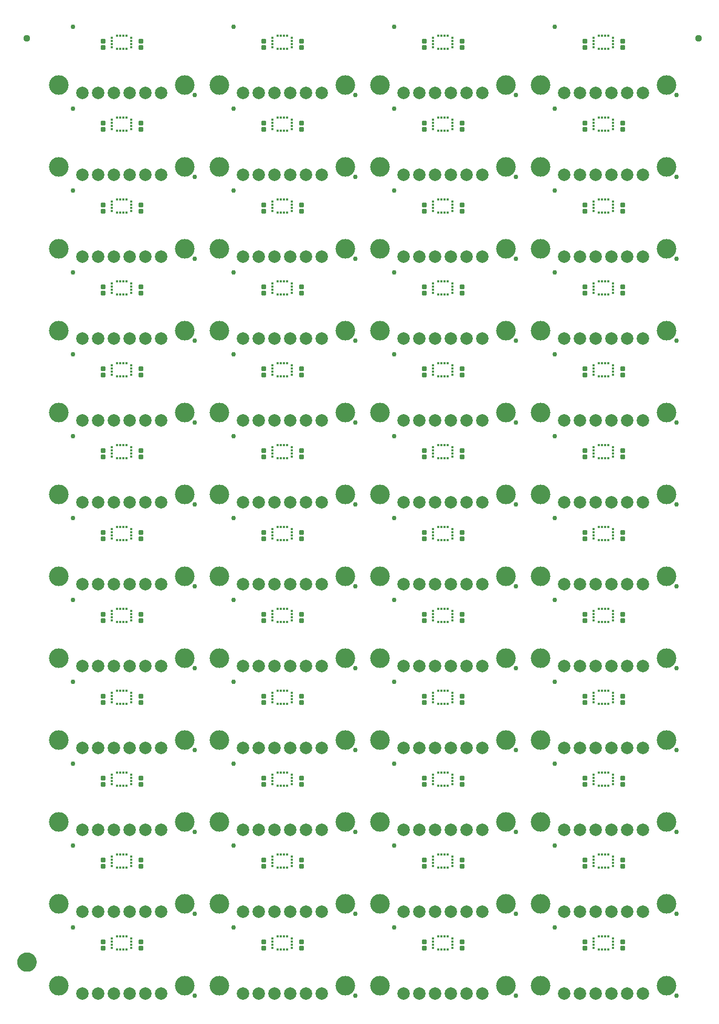
<source format=gbs>
G04 EAGLE Gerber RS-274X export*
G75*
%MOMM*%
%FSLAX34Y34*%
%LPD*%
%INSoldermask Bottom*%
%IPPOS*%
%AMOC8*
5,1,8,0,0,1.08239X$1,22.5*%
G01*
%ADD10R,0.400000X0.400000*%
%ADD11C,2.006600*%
%ADD12C,0.762000*%
%ADD13C,3.175000*%
%ADD14C,0.225369*%
%ADD15C,1.127000*%
%ADD16C,1.270000*%
%ADD17C,1.627000*%


D10*
X142750Y86480D03*
X142750Y91480D03*
X142750Y96480D03*
X142750Y101480D03*
X134500Y104480D03*
X129500Y104480D03*
X124500Y104480D03*
X119500Y104480D03*
X111250Y101480D03*
X111250Y96480D03*
X111250Y91480D03*
X111250Y86480D03*
X119500Y83480D03*
X124500Y83480D03*
X129500Y83480D03*
X134500Y83480D03*
D11*
X190500Y12700D03*
X165100Y12700D03*
X139700Y12700D03*
X114300Y12700D03*
X88900Y12700D03*
X63500Y12700D03*
D12*
X48260Y119380D03*
X245110Y8890D03*
D13*
X25400Y25400D03*
X228600Y25400D03*
D14*
X94012Y93932D02*
X94012Y98948D01*
X99028Y98948D01*
X99028Y93932D01*
X94012Y93932D01*
X94012Y96073D02*
X99028Y96073D01*
X99028Y98214D02*
X94012Y98214D01*
X94012Y88948D02*
X94012Y83932D01*
X94012Y88948D02*
X99028Y88948D01*
X99028Y83932D01*
X94012Y83932D01*
X94012Y86073D02*
X99028Y86073D01*
X99028Y88214D02*
X94012Y88214D01*
X154972Y93932D02*
X154972Y98948D01*
X159988Y98948D01*
X159988Y93932D01*
X154972Y93932D01*
X154972Y96073D02*
X159988Y96073D01*
X159988Y98214D02*
X154972Y98214D01*
X154972Y88948D02*
X154972Y83932D01*
X154972Y88948D02*
X159988Y88948D01*
X159988Y83932D01*
X154972Y83932D01*
X154972Y86073D02*
X159988Y86073D01*
X159988Y88214D02*
X154972Y88214D01*
D10*
X401830Y86480D03*
X401830Y91480D03*
X401830Y96480D03*
X401830Y101480D03*
X393580Y104480D03*
X388580Y104480D03*
X383580Y104480D03*
X378580Y104480D03*
X370330Y101480D03*
X370330Y96480D03*
X370330Y91480D03*
X370330Y86480D03*
X378580Y83480D03*
X383580Y83480D03*
X388580Y83480D03*
X393580Y83480D03*
D11*
X449580Y12700D03*
X424180Y12700D03*
X398780Y12700D03*
X373380Y12700D03*
X347980Y12700D03*
X322580Y12700D03*
D12*
X307340Y119380D03*
X504190Y8890D03*
D13*
X284480Y25400D03*
X487680Y25400D03*
D14*
X353092Y93932D02*
X353092Y98948D01*
X358108Y98948D01*
X358108Y93932D01*
X353092Y93932D01*
X353092Y96073D02*
X358108Y96073D01*
X358108Y98214D02*
X353092Y98214D01*
X353092Y88948D02*
X353092Y83932D01*
X353092Y88948D02*
X358108Y88948D01*
X358108Y83932D01*
X353092Y83932D01*
X353092Y86073D02*
X358108Y86073D01*
X358108Y88214D02*
X353092Y88214D01*
X414052Y93932D02*
X414052Y98948D01*
X419068Y98948D01*
X419068Y93932D01*
X414052Y93932D01*
X414052Y96073D02*
X419068Y96073D01*
X419068Y98214D02*
X414052Y98214D01*
X414052Y88948D02*
X414052Y83932D01*
X414052Y88948D02*
X419068Y88948D01*
X419068Y83932D01*
X414052Y83932D01*
X414052Y86073D02*
X419068Y86073D01*
X419068Y88214D02*
X414052Y88214D01*
D10*
X660910Y86480D03*
X660910Y91480D03*
X660910Y96480D03*
X660910Y101480D03*
X652660Y104480D03*
X647660Y104480D03*
X642660Y104480D03*
X637660Y104480D03*
X629410Y101480D03*
X629410Y96480D03*
X629410Y91480D03*
X629410Y86480D03*
X637660Y83480D03*
X642660Y83480D03*
X647660Y83480D03*
X652660Y83480D03*
D11*
X708660Y12700D03*
X683260Y12700D03*
X657860Y12700D03*
X632460Y12700D03*
X607060Y12700D03*
X581660Y12700D03*
D12*
X566420Y119380D03*
X763270Y8890D03*
D13*
X543560Y25400D03*
X746760Y25400D03*
D14*
X612172Y93932D02*
X612172Y98948D01*
X617188Y98948D01*
X617188Y93932D01*
X612172Y93932D01*
X612172Y96073D02*
X617188Y96073D01*
X617188Y98214D02*
X612172Y98214D01*
X612172Y88948D02*
X612172Y83932D01*
X612172Y88948D02*
X617188Y88948D01*
X617188Y83932D01*
X612172Y83932D01*
X612172Y86073D02*
X617188Y86073D01*
X617188Y88214D02*
X612172Y88214D01*
X673132Y93932D02*
X673132Y98948D01*
X678148Y98948D01*
X678148Y93932D01*
X673132Y93932D01*
X673132Y96073D02*
X678148Y96073D01*
X678148Y98214D02*
X673132Y98214D01*
X673132Y88948D02*
X673132Y83932D01*
X673132Y88948D02*
X678148Y88948D01*
X678148Y83932D01*
X673132Y83932D01*
X673132Y86073D02*
X678148Y86073D01*
X678148Y88214D02*
X673132Y88214D01*
D10*
X919990Y86480D03*
X919990Y91480D03*
X919990Y96480D03*
X919990Y101480D03*
X911740Y104480D03*
X906740Y104480D03*
X901740Y104480D03*
X896740Y104480D03*
X888490Y101480D03*
X888490Y96480D03*
X888490Y91480D03*
X888490Y86480D03*
X896740Y83480D03*
X901740Y83480D03*
X906740Y83480D03*
X911740Y83480D03*
D11*
X967740Y12700D03*
X942340Y12700D03*
X916940Y12700D03*
X891540Y12700D03*
X866140Y12700D03*
X840740Y12700D03*
D12*
X825500Y119380D03*
X1022350Y8890D03*
D13*
X802640Y25400D03*
X1005840Y25400D03*
D14*
X871252Y93932D02*
X871252Y98948D01*
X876268Y98948D01*
X876268Y93932D01*
X871252Y93932D01*
X871252Y96073D02*
X876268Y96073D01*
X876268Y98214D02*
X871252Y98214D01*
X871252Y88948D02*
X871252Y83932D01*
X871252Y88948D02*
X876268Y88948D01*
X876268Y83932D01*
X871252Y83932D01*
X871252Y86073D02*
X876268Y86073D01*
X876268Y88214D02*
X871252Y88214D01*
X932212Y93932D02*
X932212Y98948D01*
X937228Y98948D01*
X937228Y93932D01*
X932212Y93932D01*
X932212Y96073D02*
X937228Y96073D01*
X937228Y98214D02*
X932212Y98214D01*
X932212Y88948D02*
X932212Y83932D01*
X932212Y88948D02*
X937228Y88948D01*
X937228Y83932D01*
X932212Y83932D01*
X932212Y86073D02*
X937228Y86073D01*
X937228Y88214D02*
X932212Y88214D01*
D10*
X142750Y218560D03*
X142750Y223560D03*
X142750Y228560D03*
X142750Y233560D03*
X134500Y236560D03*
X129500Y236560D03*
X124500Y236560D03*
X119500Y236560D03*
X111250Y233560D03*
X111250Y228560D03*
X111250Y223560D03*
X111250Y218560D03*
X119500Y215560D03*
X124500Y215560D03*
X129500Y215560D03*
X134500Y215560D03*
D11*
X190500Y144780D03*
X165100Y144780D03*
X139700Y144780D03*
X114300Y144780D03*
X88900Y144780D03*
X63500Y144780D03*
D12*
X48260Y251460D03*
X245110Y140970D03*
D13*
X25400Y157480D03*
X228600Y157480D03*
D14*
X94012Y226012D02*
X94012Y231028D01*
X99028Y231028D01*
X99028Y226012D01*
X94012Y226012D01*
X94012Y228153D02*
X99028Y228153D01*
X99028Y230294D02*
X94012Y230294D01*
X94012Y221028D02*
X94012Y216012D01*
X94012Y221028D02*
X99028Y221028D01*
X99028Y216012D01*
X94012Y216012D01*
X94012Y218153D02*
X99028Y218153D01*
X99028Y220294D02*
X94012Y220294D01*
X154972Y226012D02*
X154972Y231028D01*
X159988Y231028D01*
X159988Y226012D01*
X154972Y226012D01*
X154972Y228153D02*
X159988Y228153D01*
X159988Y230294D02*
X154972Y230294D01*
X154972Y221028D02*
X154972Y216012D01*
X154972Y221028D02*
X159988Y221028D01*
X159988Y216012D01*
X154972Y216012D01*
X154972Y218153D02*
X159988Y218153D01*
X159988Y220294D02*
X154972Y220294D01*
D10*
X401830Y218560D03*
X401830Y223560D03*
X401830Y228560D03*
X401830Y233560D03*
X393580Y236560D03*
X388580Y236560D03*
X383580Y236560D03*
X378580Y236560D03*
X370330Y233560D03*
X370330Y228560D03*
X370330Y223560D03*
X370330Y218560D03*
X378580Y215560D03*
X383580Y215560D03*
X388580Y215560D03*
X393580Y215560D03*
D11*
X449580Y144780D03*
X424180Y144780D03*
X398780Y144780D03*
X373380Y144780D03*
X347980Y144780D03*
X322580Y144780D03*
D12*
X307340Y251460D03*
X504190Y140970D03*
D13*
X284480Y157480D03*
X487680Y157480D03*
D14*
X353092Y226012D02*
X353092Y231028D01*
X358108Y231028D01*
X358108Y226012D01*
X353092Y226012D01*
X353092Y228153D02*
X358108Y228153D01*
X358108Y230294D02*
X353092Y230294D01*
X353092Y221028D02*
X353092Y216012D01*
X353092Y221028D02*
X358108Y221028D01*
X358108Y216012D01*
X353092Y216012D01*
X353092Y218153D02*
X358108Y218153D01*
X358108Y220294D02*
X353092Y220294D01*
X414052Y226012D02*
X414052Y231028D01*
X419068Y231028D01*
X419068Y226012D01*
X414052Y226012D01*
X414052Y228153D02*
X419068Y228153D01*
X419068Y230294D02*
X414052Y230294D01*
X414052Y221028D02*
X414052Y216012D01*
X414052Y221028D02*
X419068Y221028D01*
X419068Y216012D01*
X414052Y216012D01*
X414052Y218153D02*
X419068Y218153D01*
X419068Y220294D02*
X414052Y220294D01*
D10*
X660910Y218560D03*
X660910Y223560D03*
X660910Y228560D03*
X660910Y233560D03*
X652660Y236560D03*
X647660Y236560D03*
X642660Y236560D03*
X637660Y236560D03*
X629410Y233560D03*
X629410Y228560D03*
X629410Y223560D03*
X629410Y218560D03*
X637660Y215560D03*
X642660Y215560D03*
X647660Y215560D03*
X652660Y215560D03*
D11*
X708660Y144780D03*
X683260Y144780D03*
X657860Y144780D03*
X632460Y144780D03*
X607060Y144780D03*
X581660Y144780D03*
D12*
X566420Y251460D03*
X763270Y140970D03*
D13*
X543560Y157480D03*
X746760Y157480D03*
D14*
X612172Y226012D02*
X612172Y231028D01*
X617188Y231028D01*
X617188Y226012D01*
X612172Y226012D01*
X612172Y228153D02*
X617188Y228153D01*
X617188Y230294D02*
X612172Y230294D01*
X612172Y221028D02*
X612172Y216012D01*
X612172Y221028D02*
X617188Y221028D01*
X617188Y216012D01*
X612172Y216012D01*
X612172Y218153D02*
X617188Y218153D01*
X617188Y220294D02*
X612172Y220294D01*
X673132Y226012D02*
X673132Y231028D01*
X678148Y231028D01*
X678148Y226012D01*
X673132Y226012D01*
X673132Y228153D02*
X678148Y228153D01*
X678148Y230294D02*
X673132Y230294D01*
X673132Y221028D02*
X673132Y216012D01*
X673132Y221028D02*
X678148Y221028D01*
X678148Y216012D01*
X673132Y216012D01*
X673132Y218153D02*
X678148Y218153D01*
X678148Y220294D02*
X673132Y220294D01*
D10*
X919990Y218560D03*
X919990Y223560D03*
X919990Y228560D03*
X919990Y233560D03*
X911740Y236560D03*
X906740Y236560D03*
X901740Y236560D03*
X896740Y236560D03*
X888490Y233560D03*
X888490Y228560D03*
X888490Y223560D03*
X888490Y218560D03*
X896740Y215560D03*
X901740Y215560D03*
X906740Y215560D03*
X911740Y215560D03*
D11*
X967740Y144780D03*
X942340Y144780D03*
X916940Y144780D03*
X891540Y144780D03*
X866140Y144780D03*
X840740Y144780D03*
D12*
X825500Y251460D03*
X1022350Y140970D03*
D13*
X802640Y157480D03*
X1005840Y157480D03*
D14*
X871252Y226012D02*
X871252Y231028D01*
X876268Y231028D01*
X876268Y226012D01*
X871252Y226012D01*
X871252Y228153D02*
X876268Y228153D01*
X876268Y230294D02*
X871252Y230294D01*
X871252Y221028D02*
X871252Y216012D01*
X871252Y221028D02*
X876268Y221028D01*
X876268Y216012D01*
X871252Y216012D01*
X871252Y218153D02*
X876268Y218153D01*
X876268Y220294D02*
X871252Y220294D01*
X932212Y226012D02*
X932212Y231028D01*
X937228Y231028D01*
X937228Y226012D01*
X932212Y226012D01*
X932212Y228153D02*
X937228Y228153D01*
X937228Y230294D02*
X932212Y230294D01*
X932212Y221028D02*
X932212Y216012D01*
X932212Y221028D02*
X937228Y221028D01*
X937228Y216012D01*
X932212Y216012D01*
X932212Y218153D02*
X937228Y218153D01*
X937228Y220294D02*
X932212Y220294D01*
D10*
X142750Y350640D03*
X142750Y355640D03*
X142750Y360640D03*
X142750Y365640D03*
X134500Y368640D03*
X129500Y368640D03*
X124500Y368640D03*
X119500Y368640D03*
X111250Y365640D03*
X111250Y360640D03*
X111250Y355640D03*
X111250Y350640D03*
X119500Y347640D03*
X124500Y347640D03*
X129500Y347640D03*
X134500Y347640D03*
D11*
X190500Y276860D03*
X165100Y276860D03*
X139700Y276860D03*
X114300Y276860D03*
X88900Y276860D03*
X63500Y276860D03*
D12*
X48260Y383540D03*
X245110Y273050D03*
D13*
X25400Y289560D03*
X228600Y289560D03*
D14*
X94012Y358092D02*
X94012Y363108D01*
X99028Y363108D01*
X99028Y358092D01*
X94012Y358092D01*
X94012Y360233D02*
X99028Y360233D01*
X99028Y362374D02*
X94012Y362374D01*
X94012Y353108D02*
X94012Y348092D01*
X94012Y353108D02*
X99028Y353108D01*
X99028Y348092D01*
X94012Y348092D01*
X94012Y350233D02*
X99028Y350233D01*
X99028Y352374D02*
X94012Y352374D01*
X154972Y358092D02*
X154972Y363108D01*
X159988Y363108D01*
X159988Y358092D01*
X154972Y358092D01*
X154972Y360233D02*
X159988Y360233D01*
X159988Y362374D02*
X154972Y362374D01*
X154972Y353108D02*
X154972Y348092D01*
X154972Y353108D02*
X159988Y353108D01*
X159988Y348092D01*
X154972Y348092D01*
X154972Y350233D02*
X159988Y350233D01*
X159988Y352374D02*
X154972Y352374D01*
D10*
X401830Y350640D03*
X401830Y355640D03*
X401830Y360640D03*
X401830Y365640D03*
X393580Y368640D03*
X388580Y368640D03*
X383580Y368640D03*
X378580Y368640D03*
X370330Y365640D03*
X370330Y360640D03*
X370330Y355640D03*
X370330Y350640D03*
X378580Y347640D03*
X383580Y347640D03*
X388580Y347640D03*
X393580Y347640D03*
D11*
X449580Y276860D03*
X424180Y276860D03*
X398780Y276860D03*
X373380Y276860D03*
X347980Y276860D03*
X322580Y276860D03*
D12*
X307340Y383540D03*
X504190Y273050D03*
D13*
X284480Y289560D03*
X487680Y289560D03*
D14*
X353092Y358092D02*
X353092Y363108D01*
X358108Y363108D01*
X358108Y358092D01*
X353092Y358092D01*
X353092Y360233D02*
X358108Y360233D01*
X358108Y362374D02*
X353092Y362374D01*
X353092Y353108D02*
X353092Y348092D01*
X353092Y353108D02*
X358108Y353108D01*
X358108Y348092D01*
X353092Y348092D01*
X353092Y350233D02*
X358108Y350233D01*
X358108Y352374D02*
X353092Y352374D01*
X414052Y358092D02*
X414052Y363108D01*
X419068Y363108D01*
X419068Y358092D01*
X414052Y358092D01*
X414052Y360233D02*
X419068Y360233D01*
X419068Y362374D02*
X414052Y362374D01*
X414052Y353108D02*
X414052Y348092D01*
X414052Y353108D02*
X419068Y353108D01*
X419068Y348092D01*
X414052Y348092D01*
X414052Y350233D02*
X419068Y350233D01*
X419068Y352374D02*
X414052Y352374D01*
D10*
X660910Y350640D03*
X660910Y355640D03*
X660910Y360640D03*
X660910Y365640D03*
X652660Y368640D03*
X647660Y368640D03*
X642660Y368640D03*
X637660Y368640D03*
X629410Y365640D03*
X629410Y360640D03*
X629410Y355640D03*
X629410Y350640D03*
X637660Y347640D03*
X642660Y347640D03*
X647660Y347640D03*
X652660Y347640D03*
D11*
X708660Y276860D03*
X683260Y276860D03*
X657860Y276860D03*
X632460Y276860D03*
X607060Y276860D03*
X581660Y276860D03*
D12*
X566420Y383540D03*
X763270Y273050D03*
D13*
X543560Y289560D03*
X746760Y289560D03*
D14*
X612172Y358092D02*
X612172Y363108D01*
X617188Y363108D01*
X617188Y358092D01*
X612172Y358092D01*
X612172Y360233D02*
X617188Y360233D01*
X617188Y362374D02*
X612172Y362374D01*
X612172Y353108D02*
X612172Y348092D01*
X612172Y353108D02*
X617188Y353108D01*
X617188Y348092D01*
X612172Y348092D01*
X612172Y350233D02*
X617188Y350233D01*
X617188Y352374D02*
X612172Y352374D01*
X673132Y358092D02*
X673132Y363108D01*
X678148Y363108D01*
X678148Y358092D01*
X673132Y358092D01*
X673132Y360233D02*
X678148Y360233D01*
X678148Y362374D02*
X673132Y362374D01*
X673132Y353108D02*
X673132Y348092D01*
X673132Y353108D02*
X678148Y353108D01*
X678148Y348092D01*
X673132Y348092D01*
X673132Y350233D02*
X678148Y350233D01*
X678148Y352374D02*
X673132Y352374D01*
D10*
X919990Y350640D03*
X919990Y355640D03*
X919990Y360640D03*
X919990Y365640D03*
X911740Y368640D03*
X906740Y368640D03*
X901740Y368640D03*
X896740Y368640D03*
X888490Y365640D03*
X888490Y360640D03*
X888490Y355640D03*
X888490Y350640D03*
X896740Y347640D03*
X901740Y347640D03*
X906740Y347640D03*
X911740Y347640D03*
D11*
X967740Y276860D03*
X942340Y276860D03*
X916940Y276860D03*
X891540Y276860D03*
X866140Y276860D03*
X840740Y276860D03*
D12*
X825500Y383540D03*
X1022350Y273050D03*
D13*
X802640Y289560D03*
X1005840Y289560D03*
D14*
X871252Y358092D02*
X871252Y363108D01*
X876268Y363108D01*
X876268Y358092D01*
X871252Y358092D01*
X871252Y360233D02*
X876268Y360233D01*
X876268Y362374D02*
X871252Y362374D01*
X871252Y353108D02*
X871252Y348092D01*
X871252Y353108D02*
X876268Y353108D01*
X876268Y348092D01*
X871252Y348092D01*
X871252Y350233D02*
X876268Y350233D01*
X876268Y352374D02*
X871252Y352374D01*
X932212Y358092D02*
X932212Y363108D01*
X937228Y363108D01*
X937228Y358092D01*
X932212Y358092D01*
X932212Y360233D02*
X937228Y360233D01*
X937228Y362374D02*
X932212Y362374D01*
X932212Y353108D02*
X932212Y348092D01*
X932212Y353108D02*
X937228Y353108D01*
X937228Y348092D01*
X932212Y348092D01*
X932212Y350233D02*
X937228Y350233D01*
X937228Y352374D02*
X932212Y352374D01*
D10*
X142750Y482720D03*
X142750Y487720D03*
X142750Y492720D03*
X142750Y497720D03*
X134500Y500720D03*
X129500Y500720D03*
X124500Y500720D03*
X119500Y500720D03*
X111250Y497720D03*
X111250Y492720D03*
X111250Y487720D03*
X111250Y482720D03*
X119500Y479720D03*
X124500Y479720D03*
X129500Y479720D03*
X134500Y479720D03*
D11*
X190500Y408940D03*
X165100Y408940D03*
X139700Y408940D03*
X114300Y408940D03*
X88900Y408940D03*
X63500Y408940D03*
D12*
X48260Y515620D03*
X245110Y405130D03*
D13*
X25400Y421640D03*
X228600Y421640D03*
D14*
X94012Y490172D02*
X94012Y495188D01*
X99028Y495188D01*
X99028Y490172D01*
X94012Y490172D01*
X94012Y492313D02*
X99028Y492313D01*
X99028Y494454D02*
X94012Y494454D01*
X94012Y485188D02*
X94012Y480172D01*
X94012Y485188D02*
X99028Y485188D01*
X99028Y480172D01*
X94012Y480172D01*
X94012Y482313D02*
X99028Y482313D01*
X99028Y484454D02*
X94012Y484454D01*
X154972Y490172D02*
X154972Y495188D01*
X159988Y495188D01*
X159988Y490172D01*
X154972Y490172D01*
X154972Y492313D02*
X159988Y492313D01*
X159988Y494454D02*
X154972Y494454D01*
X154972Y485188D02*
X154972Y480172D01*
X154972Y485188D02*
X159988Y485188D01*
X159988Y480172D01*
X154972Y480172D01*
X154972Y482313D02*
X159988Y482313D01*
X159988Y484454D02*
X154972Y484454D01*
D10*
X401830Y482720D03*
X401830Y487720D03*
X401830Y492720D03*
X401830Y497720D03*
X393580Y500720D03*
X388580Y500720D03*
X383580Y500720D03*
X378580Y500720D03*
X370330Y497720D03*
X370330Y492720D03*
X370330Y487720D03*
X370330Y482720D03*
X378580Y479720D03*
X383580Y479720D03*
X388580Y479720D03*
X393580Y479720D03*
D11*
X449580Y408940D03*
X424180Y408940D03*
X398780Y408940D03*
X373380Y408940D03*
X347980Y408940D03*
X322580Y408940D03*
D12*
X307340Y515620D03*
X504190Y405130D03*
D13*
X284480Y421640D03*
X487680Y421640D03*
D14*
X353092Y490172D02*
X353092Y495188D01*
X358108Y495188D01*
X358108Y490172D01*
X353092Y490172D01*
X353092Y492313D02*
X358108Y492313D01*
X358108Y494454D02*
X353092Y494454D01*
X353092Y485188D02*
X353092Y480172D01*
X353092Y485188D02*
X358108Y485188D01*
X358108Y480172D01*
X353092Y480172D01*
X353092Y482313D02*
X358108Y482313D01*
X358108Y484454D02*
X353092Y484454D01*
X414052Y490172D02*
X414052Y495188D01*
X419068Y495188D01*
X419068Y490172D01*
X414052Y490172D01*
X414052Y492313D02*
X419068Y492313D01*
X419068Y494454D02*
X414052Y494454D01*
X414052Y485188D02*
X414052Y480172D01*
X414052Y485188D02*
X419068Y485188D01*
X419068Y480172D01*
X414052Y480172D01*
X414052Y482313D02*
X419068Y482313D01*
X419068Y484454D02*
X414052Y484454D01*
D10*
X660910Y482720D03*
X660910Y487720D03*
X660910Y492720D03*
X660910Y497720D03*
X652660Y500720D03*
X647660Y500720D03*
X642660Y500720D03*
X637660Y500720D03*
X629410Y497720D03*
X629410Y492720D03*
X629410Y487720D03*
X629410Y482720D03*
X637660Y479720D03*
X642660Y479720D03*
X647660Y479720D03*
X652660Y479720D03*
D11*
X708660Y408940D03*
X683260Y408940D03*
X657860Y408940D03*
X632460Y408940D03*
X607060Y408940D03*
X581660Y408940D03*
D12*
X566420Y515620D03*
X763270Y405130D03*
D13*
X543560Y421640D03*
X746760Y421640D03*
D14*
X612172Y490172D02*
X612172Y495188D01*
X617188Y495188D01*
X617188Y490172D01*
X612172Y490172D01*
X612172Y492313D02*
X617188Y492313D01*
X617188Y494454D02*
X612172Y494454D01*
X612172Y485188D02*
X612172Y480172D01*
X612172Y485188D02*
X617188Y485188D01*
X617188Y480172D01*
X612172Y480172D01*
X612172Y482313D02*
X617188Y482313D01*
X617188Y484454D02*
X612172Y484454D01*
X673132Y490172D02*
X673132Y495188D01*
X678148Y495188D01*
X678148Y490172D01*
X673132Y490172D01*
X673132Y492313D02*
X678148Y492313D01*
X678148Y494454D02*
X673132Y494454D01*
X673132Y485188D02*
X673132Y480172D01*
X673132Y485188D02*
X678148Y485188D01*
X678148Y480172D01*
X673132Y480172D01*
X673132Y482313D02*
X678148Y482313D01*
X678148Y484454D02*
X673132Y484454D01*
D10*
X919990Y482720D03*
X919990Y487720D03*
X919990Y492720D03*
X919990Y497720D03*
X911740Y500720D03*
X906740Y500720D03*
X901740Y500720D03*
X896740Y500720D03*
X888490Y497720D03*
X888490Y492720D03*
X888490Y487720D03*
X888490Y482720D03*
X896740Y479720D03*
X901740Y479720D03*
X906740Y479720D03*
X911740Y479720D03*
D11*
X967740Y408940D03*
X942340Y408940D03*
X916940Y408940D03*
X891540Y408940D03*
X866140Y408940D03*
X840740Y408940D03*
D12*
X825500Y515620D03*
X1022350Y405130D03*
D13*
X802640Y421640D03*
X1005840Y421640D03*
D14*
X871252Y490172D02*
X871252Y495188D01*
X876268Y495188D01*
X876268Y490172D01*
X871252Y490172D01*
X871252Y492313D02*
X876268Y492313D01*
X876268Y494454D02*
X871252Y494454D01*
X871252Y485188D02*
X871252Y480172D01*
X871252Y485188D02*
X876268Y485188D01*
X876268Y480172D01*
X871252Y480172D01*
X871252Y482313D02*
X876268Y482313D01*
X876268Y484454D02*
X871252Y484454D01*
X932212Y490172D02*
X932212Y495188D01*
X937228Y495188D01*
X937228Y490172D01*
X932212Y490172D01*
X932212Y492313D02*
X937228Y492313D01*
X937228Y494454D02*
X932212Y494454D01*
X932212Y485188D02*
X932212Y480172D01*
X932212Y485188D02*
X937228Y485188D01*
X937228Y480172D01*
X932212Y480172D01*
X932212Y482313D02*
X937228Y482313D01*
X937228Y484454D02*
X932212Y484454D01*
D10*
X142750Y614800D03*
X142750Y619800D03*
X142750Y624800D03*
X142750Y629800D03*
X134500Y632800D03*
X129500Y632800D03*
X124500Y632800D03*
X119500Y632800D03*
X111250Y629800D03*
X111250Y624800D03*
X111250Y619800D03*
X111250Y614800D03*
X119500Y611800D03*
X124500Y611800D03*
X129500Y611800D03*
X134500Y611800D03*
D11*
X190500Y541020D03*
X165100Y541020D03*
X139700Y541020D03*
X114300Y541020D03*
X88900Y541020D03*
X63500Y541020D03*
D12*
X48260Y647700D03*
X245110Y537210D03*
D13*
X25400Y553720D03*
X228600Y553720D03*
D14*
X94012Y622252D02*
X94012Y627268D01*
X99028Y627268D01*
X99028Y622252D01*
X94012Y622252D01*
X94012Y624393D02*
X99028Y624393D01*
X99028Y626534D02*
X94012Y626534D01*
X94012Y617268D02*
X94012Y612252D01*
X94012Y617268D02*
X99028Y617268D01*
X99028Y612252D01*
X94012Y612252D01*
X94012Y614393D02*
X99028Y614393D01*
X99028Y616534D02*
X94012Y616534D01*
X154972Y622252D02*
X154972Y627268D01*
X159988Y627268D01*
X159988Y622252D01*
X154972Y622252D01*
X154972Y624393D02*
X159988Y624393D01*
X159988Y626534D02*
X154972Y626534D01*
X154972Y617268D02*
X154972Y612252D01*
X154972Y617268D02*
X159988Y617268D01*
X159988Y612252D01*
X154972Y612252D01*
X154972Y614393D02*
X159988Y614393D01*
X159988Y616534D02*
X154972Y616534D01*
D10*
X401830Y614800D03*
X401830Y619800D03*
X401830Y624800D03*
X401830Y629800D03*
X393580Y632800D03*
X388580Y632800D03*
X383580Y632800D03*
X378580Y632800D03*
X370330Y629800D03*
X370330Y624800D03*
X370330Y619800D03*
X370330Y614800D03*
X378580Y611800D03*
X383580Y611800D03*
X388580Y611800D03*
X393580Y611800D03*
D11*
X449580Y541020D03*
X424180Y541020D03*
X398780Y541020D03*
X373380Y541020D03*
X347980Y541020D03*
X322580Y541020D03*
D12*
X307340Y647700D03*
X504190Y537210D03*
D13*
X284480Y553720D03*
X487680Y553720D03*
D14*
X353092Y622252D02*
X353092Y627268D01*
X358108Y627268D01*
X358108Y622252D01*
X353092Y622252D01*
X353092Y624393D02*
X358108Y624393D01*
X358108Y626534D02*
X353092Y626534D01*
X353092Y617268D02*
X353092Y612252D01*
X353092Y617268D02*
X358108Y617268D01*
X358108Y612252D01*
X353092Y612252D01*
X353092Y614393D02*
X358108Y614393D01*
X358108Y616534D02*
X353092Y616534D01*
X414052Y622252D02*
X414052Y627268D01*
X419068Y627268D01*
X419068Y622252D01*
X414052Y622252D01*
X414052Y624393D02*
X419068Y624393D01*
X419068Y626534D02*
X414052Y626534D01*
X414052Y617268D02*
X414052Y612252D01*
X414052Y617268D02*
X419068Y617268D01*
X419068Y612252D01*
X414052Y612252D01*
X414052Y614393D02*
X419068Y614393D01*
X419068Y616534D02*
X414052Y616534D01*
D10*
X660910Y614800D03*
X660910Y619800D03*
X660910Y624800D03*
X660910Y629800D03*
X652660Y632800D03*
X647660Y632800D03*
X642660Y632800D03*
X637660Y632800D03*
X629410Y629800D03*
X629410Y624800D03*
X629410Y619800D03*
X629410Y614800D03*
X637660Y611800D03*
X642660Y611800D03*
X647660Y611800D03*
X652660Y611800D03*
D11*
X708660Y541020D03*
X683260Y541020D03*
X657860Y541020D03*
X632460Y541020D03*
X607060Y541020D03*
X581660Y541020D03*
D12*
X566420Y647700D03*
X763270Y537210D03*
D13*
X543560Y553720D03*
X746760Y553720D03*
D14*
X612172Y622252D02*
X612172Y627268D01*
X617188Y627268D01*
X617188Y622252D01*
X612172Y622252D01*
X612172Y624393D02*
X617188Y624393D01*
X617188Y626534D02*
X612172Y626534D01*
X612172Y617268D02*
X612172Y612252D01*
X612172Y617268D02*
X617188Y617268D01*
X617188Y612252D01*
X612172Y612252D01*
X612172Y614393D02*
X617188Y614393D01*
X617188Y616534D02*
X612172Y616534D01*
X673132Y622252D02*
X673132Y627268D01*
X678148Y627268D01*
X678148Y622252D01*
X673132Y622252D01*
X673132Y624393D02*
X678148Y624393D01*
X678148Y626534D02*
X673132Y626534D01*
X673132Y617268D02*
X673132Y612252D01*
X673132Y617268D02*
X678148Y617268D01*
X678148Y612252D01*
X673132Y612252D01*
X673132Y614393D02*
X678148Y614393D01*
X678148Y616534D02*
X673132Y616534D01*
D10*
X919990Y614800D03*
X919990Y619800D03*
X919990Y624800D03*
X919990Y629800D03*
X911740Y632800D03*
X906740Y632800D03*
X901740Y632800D03*
X896740Y632800D03*
X888490Y629800D03*
X888490Y624800D03*
X888490Y619800D03*
X888490Y614800D03*
X896740Y611800D03*
X901740Y611800D03*
X906740Y611800D03*
X911740Y611800D03*
D11*
X967740Y541020D03*
X942340Y541020D03*
X916940Y541020D03*
X891540Y541020D03*
X866140Y541020D03*
X840740Y541020D03*
D12*
X825500Y647700D03*
X1022350Y537210D03*
D13*
X802640Y553720D03*
X1005840Y553720D03*
D14*
X871252Y622252D02*
X871252Y627268D01*
X876268Y627268D01*
X876268Y622252D01*
X871252Y622252D01*
X871252Y624393D02*
X876268Y624393D01*
X876268Y626534D02*
X871252Y626534D01*
X871252Y617268D02*
X871252Y612252D01*
X871252Y617268D02*
X876268Y617268D01*
X876268Y612252D01*
X871252Y612252D01*
X871252Y614393D02*
X876268Y614393D01*
X876268Y616534D02*
X871252Y616534D01*
X932212Y622252D02*
X932212Y627268D01*
X937228Y627268D01*
X937228Y622252D01*
X932212Y622252D01*
X932212Y624393D02*
X937228Y624393D01*
X937228Y626534D02*
X932212Y626534D01*
X932212Y617268D02*
X932212Y612252D01*
X932212Y617268D02*
X937228Y617268D01*
X937228Y612252D01*
X932212Y612252D01*
X932212Y614393D02*
X937228Y614393D01*
X937228Y616534D02*
X932212Y616534D01*
D10*
X142750Y746880D03*
X142750Y751880D03*
X142750Y756880D03*
X142750Y761880D03*
X134500Y764880D03*
X129500Y764880D03*
X124500Y764880D03*
X119500Y764880D03*
X111250Y761880D03*
X111250Y756880D03*
X111250Y751880D03*
X111250Y746880D03*
X119500Y743880D03*
X124500Y743880D03*
X129500Y743880D03*
X134500Y743880D03*
D11*
X190500Y673100D03*
X165100Y673100D03*
X139700Y673100D03*
X114300Y673100D03*
X88900Y673100D03*
X63500Y673100D03*
D12*
X48260Y779780D03*
X245110Y669290D03*
D13*
X25400Y685800D03*
X228600Y685800D03*
D14*
X94012Y754332D02*
X94012Y759348D01*
X99028Y759348D01*
X99028Y754332D01*
X94012Y754332D01*
X94012Y756473D02*
X99028Y756473D01*
X99028Y758614D02*
X94012Y758614D01*
X94012Y749348D02*
X94012Y744332D01*
X94012Y749348D02*
X99028Y749348D01*
X99028Y744332D01*
X94012Y744332D01*
X94012Y746473D02*
X99028Y746473D01*
X99028Y748614D02*
X94012Y748614D01*
X154972Y754332D02*
X154972Y759348D01*
X159988Y759348D01*
X159988Y754332D01*
X154972Y754332D01*
X154972Y756473D02*
X159988Y756473D01*
X159988Y758614D02*
X154972Y758614D01*
X154972Y749348D02*
X154972Y744332D01*
X154972Y749348D02*
X159988Y749348D01*
X159988Y744332D01*
X154972Y744332D01*
X154972Y746473D02*
X159988Y746473D01*
X159988Y748614D02*
X154972Y748614D01*
D10*
X401830Y746880D03*
X401830Y751880D03*
X401830Y756880D03*
X401830Y761880D03*
X393580Y764880D03*
X388580Y764880D03*
X383580Y764880D03*
X378580Y764880D03*
X370330Y761880D03*
X370330Y756880D03*
X370330Y751880D03*
X370330Y746880D03*
X378580Y743880D03*
X383580Y743880D03*
X388580Y743880D03*
X393580Y743880D03*
D11*
X449580Y673100D03*
X424180Y673100D03*
X398780Y673100D03*
X373380Y673100D03*
X347980Y673100D03*
X322580Y673100D03*
D12*
X307340Y779780D03*
X504190Y669290D03*
D13*
X284480Y685800D03*
X487680Y685800D03*
D14*
X353092Y754332D02*
X353092Y759348D01*
X358108Y759348D01*
X358108Y754332D01*
X353092Y754332D01*
X353092Y756473D02*
X358108Y756473D01*
X358108Y758614D02*
X353092Y758614D01*
X353092Y749348D02*
X353092Y744332D01*
X353092Y749348D02*
X358108Y749348D01*
X358108Y744332D01*
X353092Y744332D01*
X353092Y746473D02*
X358108Y746473D01*
X358108Y748614D02*
X353092Y748614D01*
X414052Y754332D02*
X414052Y759348D01*
X419068Y759348D01*
X419068Y754332D01*
X414052Y754332D01*
X414052Y756473D02*
X419068Y756473D01*
X419068Y758614D02*
X414052Y758614D01*
X414052Y749348D02*
X414052Y744332D01*
X414052Y749348D02*
X419068Y749348D01*
X419068Y744332D01*
X414052Y744332D01*
X414052Y746473D02*
X419068Y746473D01*
X419068Y748614D02*
X414052Y748614D01*
D10*
X660910Y746880D03*
X660910Y751880D03*
X660910Y756880D03*
X660910Y761880D03*
X652660Y764880D03*
X647660Y764880D03*
X642660Y764880D03*
X637660Y764880D03*
X629410Y761880D03*
X629410Y756880D03*
X629410Y751880D03*
X629410Y746880D03*
X637660Y743880D03*
X642660Y743880D03*
X647660Y743880D03*
X652660Y743880D03*
D11*
X708660Y673100D03*
X683260Y673100D03*
X657860Y673100D03*
X632460Y673100D03*
X607060Y673100D03*
X581660Y673100D03*
D12*
X566420Y779780D03*
X763270Y669290D03*
D13*
X543560Y685800D03*
X746760Y685800D03*
D14*
X612172Y754332D02*
X612172Y759348D01*
X617188Y759348D01*
X617188Y754332D01*
X612172Y754332D01*
X612172Y756473D02*
X617188Y756473D01*
X617188Y758614D02*
X612172Y758614D01*
X612172Y749348D02*
X612172Y744332D01*
X612172Y749348D02*
X617188Y749348D01*
X617188Y744332D01*
X612172Y744332D01*
X612172Y746473D02*
X617188Y746473D01*
X617188Y748614D02*
X612172Y748614D01*
X673132Y754332D02*
X673132Y759348D01*
X678148Y759348D01*
X678148Y754332D01*
X673132Y754332D01*
X673132Y756473D02*
X678148Y756473D01*
X678148Y758614D02*
X673132Y758614D01*
X673132Y749348D02*
X673132Y744332D01*
X673132Y749348D02*
X678148Y749348D01*
X678148Y744332D01*
X673132Y744332D01*
X673132Y746473D02*
X678148Y746473D01*
X678148Y748614D02*
X673132Y748614D01*
D10*
X919990Y746880D03*
X919990Y751880D03*
X919990Y756880D03*
X919990Y761880D03*
X911740Y764880D03*
X906740Y764880D03*
X901740Y764880D03*
X896740Y764880D03*
X888490Y761880D03*
X888490Y756880D03*
X888490Y751880D03*
X888490Y746880D03*
X896740Y743880D03*
X901740Y743880D03*
X906740Y743880D03*
X911740Y743880D03*
D11*
X967740Y673100D03*
X942340Y673100D03*
X916940Y673100D03*
X891540Y673100D03*
X866140Y673100D03*
X840740Y673100D03*
D12*
X825500Y779780D03*
X1022350Y669290D03*
D13*
X802640Y685800D03*
X1005840Y685800D03*
D14*
X871252Y754332D02*
X871252Y759348D01*
X876268Y759348D01*
X876268Y754332D01*
X871252Y754332D01*
X871252Y756473D02*
X876268Y756473D01*
X876268Y758614D02*
X871252Y758614D01*
X871252Y749348D02*
X871252Y744332D01*
X871252Y749348D02*
X876268Y749348D01*
X876268Y744332D01*
X871252Y744332D01*
X871252Y746473D02*
X876268Y746473D01*
X876268Y748614D02*
X871252Y748614D01*
X932212Y754332D02*
X932212Y759348D01*
X937228Y759348D01*
X937228Y754332D01*
X932212Y754332D01*
X932212Y756473D02*
X937228Y756473D01*
X937228Y758614D02*
X932212Y758614D01*
X932212Y749348D02*
X932212Y744332D01*
X932212Y749348D02*
X937228Y749348D01*
X937228Y744332D01*
X932212Y744332D01*
X932212Y746473D02*
X937228Y746473D01*
X937228Y748614D02*
X932212Y748614D01*
D10*
X142750Y878960D03*
X142750Y883960D03*
X142750Y888960D03*
X142750Y893960D03*
X134500Y896960D03*
X129500Y896960D03*
X124500Y896960D03*
X119500Y896960D03*
X111250Y893960D03*
X111250Y888960D03*
X111250Y883960D03*
X111250Y878960D03*
X119500Y875960D03*
X124500Y875960D03*
X129500Y875960D03*
X134500Y875960D03*
D11*
X190500Y805180D03*
X165100Y805180D03*
X139700Y805180D03*
X114300Y805180D03*
X88900Y805180D03*
X63500Y805180D03*
D12*
X48260Y911860D03*
X245110Y801370D03*
D13*
X25400Y817880D03*
X228600Y817880D03*
D14*
X94012Y886412D02*
X94012Y891428D01*
X99028Y891428D01*
X99028Y886412D01*
X94012Y886412D01*
X94012Y888553D02*
X99028Y888553D01*
X99028Y890694D02*
X94012Y890694D01*
X94012Y881428D02*
X94012Y876412D01*
X94012Y881428D02*
X99028Y881428D01*
X99028Y876412D01*
X94012Y876412D01*
X94012Y878553D02*
X99028Y878553D01*
X99028Y880694D02*
X94012Y880694D01*
X154972Y886412D02*
X154972Y891428D01*
X159988Y891428D01*
X159988Y886412D01*
X154972Y886412D01*
X154972Y888553D02*
X159988Y888553D01*
X159988Y890694D02*
X154972Y890694D01*
X154972Y881428D02*
X154972Y876412D01*
X154972Y881428D02*
X159988Y881428D01*
X159988Y876412D01*
X154972Y876412D01*
X154972Y878553D02*
X159988Y878553D01*
X159988Y880694D02*
X154972Y880694D01*
D10*
X401830Y878960D03*
X401830Y883960D03*
X401830Y888960D03*
X401830Y893960D03*
X393580Y896960D03*
X388580Y896960D03*
X383580Y896960D03*
X378580Y896960D03*
X370330Y893960D03*
X370330Y888960D03*
X370330Y883960D03*
X370330Y878960D03*
X378580Y875960D03*
X383580Y875960D03*
X388580Y875960D03*
X393580Y875960D03*
D11*
X449580Y805180D03*
X424180Y805180D03*
X398780Y805180D03*
X373380Y805180D03*
X347980Y805180D03*
X322580Y805180D03*
D12*
X307340Y911860D03*
X504190Y801370D03*
D13*
X284480Y817880D03*
X487680Y817880D03*
D14*
X353092Y886412D02*
X353092Y891428D01*
X358108Y891428D01*
X358108Y886412D01*
X353092Y886412D01*
X353092Y888553D02*
X358108Y888553D01*
X358108Y890694D02*
X353092Y890694D01*
X353092Y881428D02*
X353092Y876412D01*
X353092Y881428D02*
X358108Y881428D01*
X358108Y876412D01*
X353092Y876412D01*
X353092Y878553D02*
X358108Y878553D01*
X358108Y880694D02*
X353092Y880694D01*
X414052Y886412D02*
X414052Y891428D01*
X419068Y891428D01*
X419068Y886412D01*
X414052Y886412D01*
X414052Y888553D02*
X419068Y888553D01*
X419068Y890694D02*
X414052Y890694D01*
X414052Y881428D02*
X414052Y876412D01*
X414052Y881428D02*
X419068Y881428D01*
X419068Y876412D01*
X414052Y876412D01*
X414052Y878553D02*
X419068Y878553D01*
X419068Y880694D02*
X414052Y880694D01*
D10*
X660910Y878960D03*
X660910Y883960D03*
X660910Y888960D03*
X660910Y893960D03*
X652660Y896960D03*
X647660Y896960D03*
X642660Y896960D03*
X637660Y896960D03*
X629410Y893960D03*
X629410Y888960D03*
X629410Y883960D03*
X629410Y878960D03*
X637660Y875960D03*
X642660Y875960D03*
X647660Y875960D03*
X652660Y875960D03*
D11*
X708660Y805180D03*
X683260Y805180D03*
X657860Y805180D03*
X632460Y805180D03*
X607060Y805180D03*
X581660Y805180D03*
D12*
X566420Y911860D03*
X763270Y801370D03*
D13*
X543560Y817880D03*
X746760Y817880D03*
D14*
X612172Y886412D02*
X612172Y891428D01*
X617188Y891428D01*
X617188Y886412D01*
X612172Y886412D01*
X612172Y888553D02*
X617188Y888553D01*
X617188Y890694D02*
X612172Y890694D01*
X612172Y881428D02*
X612172Y876412D01*
X612172Y881428D02*
X617188Y881428D01*
X617188Y876412D01*
X612172Y876412D01*
X612172Y878553D02*
X617188Y878553D01*
X617188Y880694D02*
X612172Y880694D01*
X673132Y886412D02*
X673132Y891428D01*
X678148Y891428D01*
X678148Y886412D01*
X673132Y886412D01*
X673132Y888553D02*
X678148Y888553D01*
X678148Y890694D02*
X673132Y890694D01*
X673132Y881428D02*
X673132Y876412D01*
X673132Y881428D02*
X678148Y881428D01*
X678148Y876412D01*
X673132Y876412D01*
X673132Y878553D02*
X678148Y878553D01*
X678148Y880694D02*
X673132Y880694D01*
D10*
X919990Y878960D03*
X919990Y883960D03*
X919990Y888960D03*
X919990Y893960D03*
X911740Y896960D03*
X906740Y896960D03*
X901740Y896960D03*
X896740Y896960D03*
X888490Y893960D03*
X888490Y888960D03*
X888490Y883960D03*
X888490Y878960D03*
X896740Y875960D03*
X901740Y875960D03*
X906740Y875960D03*
X911740Y875960D03*
D11*
X967740Y805180D03*
X942340Y805180D03*
X916940Y805180D03*
X891540Y805180D03*
X866140Y805180D03*
X840740Y805180D03*
D12*
X825500Y911860D03*
X1022350Y801370D03*
D13*
X802640Y817880D03*
X1005840Y817880D03*
D14*
X871252Y886412D02*
X871252Y891428D01*
X876268Y891428D01*
X876268Y886412D01*
X871252Y886412D01*
X871252Y888553D02*
X876268Y888553D01*
X876268Y890694D02*
X871252Y890694D01*
X871252Y881428D02*
X871252Y876412D01*
X871252Y881428D02*
X876268Y881428D01*
X876268Y876412D01*
X871252Y876412D01*
X871252Y878553D02*
X876268Y878553D01*
X876268Y880694D02*
X871252Y880694D01*
X932212Y886412D02*
X932212Y891428D01*
X937228Y891428D01*
X937228Y886412D01*
X932212Y886412D01*
X932212Y888553D02*
X937228Y888553D01*
X937228Y890694D02*
X932212Y890694D01*
X932212Y881428D02*
X932212Y876412D01*
X932212Y881428D02*
X937228Y881428D01*
X937228Y876412D01*
X932212Y876412D01*
X932212Y878553D02*
X937228Y878553D01*
X937228Y880694D02*
X932212Y880694D01*
D10*
X142750Y1011040D03*
X142750Y1016040D03*
X142750Y1021040D03*
X142750Y1026040D03*
X134500Y1029040D03*
X129500Y1029040D03*
X124500Y1029040D03*
X119500Y1029040D03*
X111250Y1026040D03*
X111250Y1021040D03*
X111250Y1016040D03*
X111250Y1011040D03*
X119500Y1008040D03*
X124500Y1008040D03*
X129500Y1008040D03*
X134500Y1008040D03*
D11*
X190500Y937260D03*
X165100Y937260D03*
X139700Y937260D03*
X114300Y937260D03*
X88900Y937260D03*
X63500Y937260D03*
D12*
X48260Y1043940D03*
X245110Y933450D03*
D13*
X25400Y949960D03*
X228600Y949960D03*
D14*
X94012Y1018492D02*
X94012Y1023508D01*
X99028Y1023508D01*
X99028Y1018492D01*
X94012Y1018492D01*
X94012Y1020633D02*
X99028Y1020633D01*
X99028Y1022774D02*
X94012Y1022774D01*
X94012Y1013508D02*
X94012Y1008492D01*
X94012Y1013508D02*
X99028Y1013508D01*
X99028Y1008492D01*
X94012Y1008492D01*
X94012Y1010633D02*
X99028Y1010633D01*
X99028Y1012774D02*
X94012Y1012774D01*
X154972Y1018492D02*
X154972Y1023508D01*
X159988Y1023508D01*
X159988Y1018492D01*
X154972Y1018492D01*
X154972Y1020633D02*
X159988Y1020633D01*
X159988Y1022774D02*
X154972Y1022774D01*
X154972Y1013508D02*
X154972Y1008492D01*
X154972Y1013508D02*
X159988Y1013508D01*
X159988Y1008492D01*
X154972Y1008492D01*
X154972Y1010633D02*
X159988Y1010633D01*
X159988Y1012774D02*
X154972Y1012774D01*
D10*
X401830Y1011040D03*
X401830Y1016040D03*
X401830Y1021040D03*
X401830Y1026040D03*
X393580Y1029040D03*
X388580Y1029040D03*
X383580Y1029040D03*
X378580Y1029040D03*
X370330Y1026040D03*
X370330Y1021040D03*
X370330Y1016040D03*
X370330Y1011040D03*
X378580Y1008040D03*
X383580Y1008040D03*
X388580Y1008040D03*
X393580Y1008040D03*
D11*
X449580Y937260D03*
X424180Y937260D03*
X398780Y937260D03*
X373380Y937260D03*
X347980Y937260D03*
X322580Y937260D03*
D12*
X307340Y1043940D03*
X504190Y933450D03*
D13*
X284480Y949960D03*
X487680Y949960D03*
D14*
X353092Y1018492D02*
X353092Y1023508D01*
X358108Y1023508D01*
X358108Y1018492D01*
X353092Y1018492D01*
X353092Y1020633D02*
X358108Y1020633D01*
X358108Y1022774D02*
X353092Y1022774D01*
X353092Y1013508D02*
X353092Y1008492D01*
X353092Y1013508D02*
X358108Y1013508D01*
X358108Y1008492D01*
X353092Y1008492D01*
X353092Y1010633D02*
X358108Y1010633D01*
X358108Y1012774D02*
X353092Y1012774D01*
X414052Y1018492D02*
X414052Y1023508D01*
X419068Y1023508D01*
X419068Y1018492D01*
X414052Y1018492D01*
X414052Y1020633D02*
X419068Y1020633D01*
X419068Y1022774D02*
X414052Y1022774D01*
X414052Y1013508D02*
X414052Y1008492D01*
X414052Y1013508D02*
X419068Y1013508D01*
X419068Y1008492D01*
X414052Y1008492D01*
X414052Y1010633D02*
X419068Y1010633D01*
X419068Y1012774D02*
X414052Y1012774D01*
D10*
X660910Y1011040D03*
X660910Y1016040D03*
X660910Y1021040D03*
X660910Y1026040D03*
X652660Y1029040D03*
X647660Y1029040D03*
X642660Y1029040D03*
X637660Y1029040D03*
X629410Y1026040D03*
X629410Y1021040D03*
X629410Y1016040D03*
X629410Y1011040D03*
X637660Y1008040D03*
X642660Y1008040D03*
X647660Y1008040D03*
X652660Y1008040D03*
D11*
X708660Y937260D03*
X683260Y937260D03*
X657860Y937260D03*
X632460Y937260D03*
X607060Y937260D03*
X581660Y937260D03*
D12*
X566420Y1043940D03*
X763270Y933450D03*
D13*
X543560Y949960D03*
X746760Y949960D03*
D14*
X612172Y1018492D02*
X612172Y1023508D01*
X617188Y1023508D01*
X617188Y1018492D01*
X612172Y1018492D01*
X612172Y1020633D02*
X617188Y1020633D01*
X617188Y1022774D02*
X612172Y1022774D01*
X612172Y1013508D02*
X612172Y1008492D01*
X612172Y1013508D02*
X617188Y1013508D01*
X617188Y1008492D01*
X612172Y1008492D01*
X612172Y1010633D02*
X617188Y1010633D01*
X617188Y1012774D02*
X612172Y1012774D01*
X673132Y1018492D02*
X673132Y1023508D01*
X678148Y1023508D01*
X678148Y1018492D01*
X673132Y1018492D01*
X673132Y1020633D02*
X678148Y1020633D01*
X678148Y1022774D02*
X673132Y1022774D01*
X673132Y1013508D02*
X673132Y1008492D01*
X673132Y1013508D02*
X678148Y1013508D01*
X678148Y1008492D01*
X673132Y1008492D01*
X673132Y1010633D02*
X678148Y1010633D01*
X678148Y1012774D02*
X673132Y1012774D01*
D10*
X919990Y1011040D03*
X919990Y1016040D03*
X919990Y1021040D03*
X919990Y1026040D03*
X911740Y1029040D03*
X906740Y1029040D03*
X901740Y1029040D03*
X896740Y1029040D03*
X888490Y1026040D03*
X888490Y1021040D03*
X888490Y1016040D03*
X888490Y1011040D03*
X896740Y1008040D03*
X901740Y1008040D03*
X906740Y1008040D03*
X911740Y1008040D03*
D11*
X967740Y937260D03*
X942340Y937260D03*
X916940Y937260D03*
X891540Y937260D03*
X866140Y937260D03*
X840740Y937260D03*
D12*
X825500Y1043940D03*
X1022350Y933450D03*
D13*
X802640Y949960D03*
X1005840Y949960D03*
D14*
X871252Y1018492D02*
X871252Y1023508D01*
X876268Y1023508D01*
X876268Y1018492D01*
X871252Y1018492D01*
X871252Y1020633D02*
X876268Y1020633D01*
X876268Y1022774D02*
X871252Y1022774D01*
X871252Y1013508D02*
X871252Y1008492D01*
X871252Y1013508D02*
X876268Y1013508D01*
X876268Y1008492D01*
X871252Y1008492D01*
X871252Y1010633D02*
X876268Y1010633D01*
X876268Y1012774D02*
X871252Y1012774D01*
X932212Y1018492D02*
X932212Y1023508D01*
X937228Y1023508D01*
X937228Y1018492D01*
X932212Y1018492D01*
X932212Y1020633D02*
X937228Y1020633D01*
X937228Y1022774D02*
X932212Y1022774D01*
X932212Y1013508D02*
X932212Y1008492D01*
X932212Y1013508D02*
X937228Y1013508D01*
X937228Y1008492D01*
X932212Y1008492D01*
X932212Y1010633D02*
X937228Y1010633D01*
X937228Y1012774D02*
X932212Y1012774D01*
D10*
X142750Y1143120D03*
X142750Y1148120D03*
X142750Y1153120D03*
X142750Y1158120D03*
X134500Y1161120D03*
X129500Y1161120D03*
X124500Y1161120D03*
X119500Y1161120D03*
X111250Y1158120D03*
X111250Y1153120D03*
X111250Y1148120D03*
X111250Y1143120D03*
X119500Y1140120D03*
X124500Y1140120D03*
X129500Y1140120D03*
X134500Y1140120D03*
D11*
X190500Y1069340D03*
X165100Y1069340D03*
X139700Y1069340D03*
X114300Y1069340D03*
X88900Y1069340D03*
X63500Y1069340D03*
D12*
X48260Y1176020D03*
X245110Y1065530D03*
D13*
X25400Y1082040D03*
X228600Y1082040D03*
D14*
X94012Y1150572D02*
X94012Y1155588D01*
X99028Y1155588D01*
X99028Y1150572D01*
X94012Y1150572D01*
X94012Y1152713D02*
X99028Y1152713D01*
X99028Y1154854D02*
X94012Y1154854D01*
X94012Y1145588D02*
X94012Y1140572D01*
X94012Y1145588D02*
X99028Y1145588D01*
X99028Y1140572D01*
X94012Y1140572D01*
X94012Y1142713D02*
X99028Y1142713D01*
X99028Y1144854D02*
X94012Y1144854D01*
X154972Y1150572D02*
X154972Y1155588D01*
X159988Y1155588D01*
X159988Y1150572D01*
X154972Y1150572D01*
X154972Y1152713D02*
X159988Y1152713D01*
X159988Y1154854D02*
X154972Y1154854D01*
X154972Y1145588D02*
X154972Y1140572D01*
X154972Y1145588D02*
X159988Y1145588D01*
X159988Y1140572D01*
X154972Y1140572D01*
X154972Y1142713D02*
X159988Y1142713D01*
X159988Y1144854D02*
X154972Y1144854D01*
D10*
X401830Y1143120D03*
X401830Y1148120D03*
X401830Y1153120D03*
X401830Y1158120D03*
X393580Y1161120D03*
X388580Y1161120D03*
X383580Y1161120D03*
X378580Y1161120D03*
X370330Y1158120D03*
X370330Y1153120D03*
X370330Y1148120D03*
X370330Y1143120D03*
X378580Y1140120D03*
X383580Y1140120D03*
X388580Y1140120D03*
X393580Y1140120D03*
D11*
X449580Y1069340D03*
X424180Y1069340D03*
X398780Y1069340D03*
X373380Y1069340D03*
X347980Y1069340D03*
X322580Y1069340D03*
D12*
X307340Y1176020D03*
X504190Y1065530D03*
D13*
X284480Y1082040D03*
X487680Y1082040D03*
D14*
X353092Y1150572D02*
X353092Y1155588D01*
X358108Y1155588D01*
X358108Y1150572D01*
X353092Y1150572D01*
X353092Y1152713D02*
X358108Y1152713D01*
X358108Y1154854D02*
X353092Y1154854D01*
X353092Y1145588D02*
X353092Y1140572D01*
X353092Y1145588D02*
X358108Y1145588D01*
X358108Y1140572D01*
X353092Y1140572D01*
X353092Y1142713D02*
X358108Y1142713D01*
X358108Y1144854D02*
X353092Y1144854D01*
X414052Y1150572D02*
X414052Y1155588D01*
X419068Y1155588D01*
X419068Y1150572D01*
X414052Y1150572D01*
X414052Y1152713D02*
X419068Y1152713D01*
X419068Y1154854D02*
X414052Y1154854D01*
X414052Y1145588D02*
X414052Y1140572D01*
X414052Y1145588D02*
X419068Y1145588D01*
X419068Y1140572D01*
X414052Y1140572D01*
X414052Y1142713D02*
X419068Y1142713D01*
X419068Y1144854D02*
X414052Y1144854D01*
D10*
X660910Y1143120D03*
X660910Y1148120D03*
X660910Y1153120D03*
X660910Y1158120D03*
X652660Y1161120D03*
X647660Y1161120D03*
X642660Y1161120D03*
X637660Y1161120D03*
X629410Y1158120D03*
X629410Y1153120D03*
X629410Y1148120D03*
X629410Y1143120D03*
X637660Y1140120D03*
X642660Y1140120D03*
X647660Y1140120D03*
X652660Y1140120D03*
D11*
X708660Y1069340D03*
X683260Y1069340D03*
X657860Y1069340D03*
X632460Y1069340D03*
X607060Y1069340D03*
X581660Y1069340D03*
D12*
X566420Y1176020D03*
X763270Y1065530D03*
D13*
X543560Y1082040D03*
X746760Y1082040D03*
D14*
X612172Y1150572D02*
X612172Y1155588D01*
X617188Y1155588D01*
X617188Y1150572D01*
X612172Y1150572D01*
X612172Y1152713D02*
X617188Y1152713D01*
X617188Y1154854D02*
X612172Y1154854D01*
X612172Y1145588D02*
X612172Y1140572D01*
X612172Y1145588D02*
X617188Y1145588D01*
X617188Y1140572D01*
X612172Y1140572D01*
X612172Y1142713D02*
X617188Y1142713D01*
X617188Y1144854D02*
X612172Y1144854D01*
X673132Y1150572D02*
X673132Y1155588D01*
X678148Y1155588D01*
X678148Y1150572D01*
X673132Y1150572D01*
X673132Y1152713D02*
X678148Y1152713D01*
X678148Y1154854D02*
X673132Y1154854D01*
X673132Y1145588D02*
X673132Y1140572D01*
X673132Y1145588D02*
X678148Y1145588D01*
X678148Y1140572D01*
X673132Y1140572D01*
X673132Y1142713D02*
X678148Y1142713D01*
X678148Y1144854D02*
X673132Y1144854D01*
D10*
X919990Y1143120D03*
X919990Y1148120D03*
X919990Y1153120D03*
X919990Y1158120D03*
X911740Y1161120D03*
X906740Y1161120D03*
X901740Y1161120D03*
X896740Y1161120D03*
X888490Y1158120D03*
X888490Y1153120D03*
X888490Y1148120D03*
X888490Y1143120D03*
X896740Y1140120D03*
X901740Y1140120D03*
X906740Y1140120D03*
X911740Y1140120D03*
D11*
X967740Y1069340D03*
X942340Y1069340D03*
X916940Y1069340D03*
X891540Y1069340D03*
X866140Y1069340D03*
X840740Y1069340D03*
D12*
X825500Y1176020D03*
X1022350Y1065530D03*
D13*
X802640Y1082040D03*
X1005840Y1082040D03*
D14*
X871252Y1150572D02*
X871252Y1155588D01*
X876268Y1155588D01*
X876268Y1150572D01*
X871252Y1150572D01*
X871252Y1152713D02*
X876268Y1152713D01*
X876268Y1154854D02*
X871252Y1154854D01*
X871252Y1145588D02*
X871252Y1140572D01*
X871252Y1145588D02*
X876268Y1145588D01*
X876268Y1140572D01*
X871252Y1140572D01*
X871252Y1142713D02*
X876268Y1142713D01*
X876268Y1144854D02*
X871252Y1144854D01*
X932212Y1150572D02*
X932212Y1155588D01*
X937228Y1155588D01*
X937228Y1150572D01*
X932212Y1150572D01*
X932212Y1152713D02*
X937228Y1152713D01*
X937228Y1154854D02*
X932212Y1154854D01*
X932212Y1145588D02*
X932212Y1140572D01*
X932212Y1145588D02*
X937228Y1145588D01*
X937228Y1140572D01*
X932212Y1140572D01*
X932212Y1142713D02*
X937228Y1142713D01*
X937228Y1144854D02*
X932212Y1144854D01*
D10*
X142750Y1275200D03*
X142750Y1280200D03*
X142750Y1285200D03*
X142750Y1290200D03*
X134500Y1293200D03*
X129500Y1293200D03*
X124500Y1293200D03*
X119500Y1293200D03*
X111250Y1290200D03*
X111250Y1285200D03*
X111250Y1280200D03*
X111250Y1275200D03*
X119500Y1272200D03*
X124500Y1272200D03*
X129500Y1272200D03*
X134500Y1272200D03*
D11*
X190500Y1201420D03*
X165100Y1201420D03*
X139700Y1201420D03*
X114300Y1201420D03*
X88900Y1201420D03*
X63500Y1201420D03*
D12*
X48260Y1308100D03*
X245110Y1197610D03*
D13*
X25400Y1214120D03*
X228600Y1214120D03*
D14*
X94012Y1282652D02*
X94012Y1287668D01*
X99028Y1287668D01*
X99028Y1282652D01*
X94012Y1282652D01*
X94012Y1284793D02*
X99028Y1284793D01*
X99028Y1286934D02*
X94012Y1286934D01*
X94012Y1277668D02*
X94012Y1272652D01*
X94012Y1277668D02*
X99028Y1277668D01*
X99028Y1272652D01*
X94012Y1272652D01*
X94012Y1274793D02*
X99028Y1274793D01*
X99028Y1276934D02*
X94012Y1276934D01*
X154972Y1282652D02*
X154972Y1287668D01*
X159988Y1287668D01*
X159988Y1282652D01*
X154972Y1282652D01*
X154972Y1284793D02*
X159988Y1284793D01*
X159988Y1286934D02*
X154972Y1286934D01*
X154972Y1277668D02*
X154972Y1272652D01*
X154972Y1277668D02*
X159988Y1277668D01*
X159988Y1272652D01*
X154972Y1272652D01*
X154972Y1274793D02*
X159988Y1274793D01*
X159988Y1276934D02*
X154972Y1276934D01*
D10*
X401830Y1275200D03*
X401830Y1280200D03*
X401830Y1285200D03*
X401830Y1290200D03*
X393580Y1293200D03*
X388580Y1293200D03*
X383580Y1293200D03*
X378580Y1293200D03*
X370330Y1290200D03*
X370330Y1285200D03*
X370330Y1280200D03*
X370330Y1275200D03*
X378580Y1272200D03*
X383580Y1272200D03*
X388580Y1272200D03*
X393580Y1272200D03*
D11*
X449580Y1201420D03*
X424180Y1201420D03*
X398780Y1201420D03*
X373380Y1201420D03*
X347980Y1201420D03*
X322580Y1201420D03*
D12*
X307340Y1308100D03*
X504190Y1197610D03*
D13*
X284480Y1214120D03*
X487680Y1214120D03*
D14*
X353092Y1282652D02*
X353092Y1287668D01*
X358108Y1287668D01*
X358108Y1282652D01*
X353092Y1282652D01*
X353092Y1284793D02*
X358108Y1284793D01*
X358108Y1286934D02*
X353092Y1286934D01*
X353092Y1277668D02*
X353092Y1272652D01*
X353092Y1277668D02*
X358108Y1277668D01*
X358108Y1272652D01*
X353092Y1272652D01*
X353092Y1274793D02*
X358108Y1274793D01*
X358108Y1276934D02*
X353092Y1276934D01*
X414052Y1282652D02*
X414052Y1287668D01*
X419068Y1287668D01*
X419068Y1282652D01*
X414052Y1282652D01*
X414052Y1284793D02*
X419068Y1284793D01*
X419068Y1286934D02*
X414052Y1286934D01*
X414052Y1277668D02*
X414052Y1272652D01*
X414052Y1277668D02*
X419068Y1277668D01*
X419068Y1272652D01*
X414052Y1272652D01*
X414052Y1274793D02*
X419068Y1274793D01*
X419068Y1276934D02*
X414052Y1276934D01*
D10*
X660910Y1275200D03*
X660910Y1280200D03*
X660910Y1285200D03*
X660910Y1290200D03*
X652660Y1293200D03*
X647660Y1293200D03*
X642660Y1293200D03*
X637660Y1293200D03*
X629410Y1290200D03*
X629410Y1285200D03*
X629410Y1280200D03*
X629410Y1275200D03*
X637660Y1272200D03*
X642660Y1272200D03*
X647660Y1272200D03*
X652660Y1272200D03*
D11*
X708660Y1201420D03*
X683260Y1201420D03*
X657860Y1201420D03*
X632460Y1201420D03*
X607060Y1201420D03*
X581660Y1201420D03*
D12*
X566420Y1308100D03*
X763270Y1197610D03*
D13*
X543560Y1214120D03*
X746760Y1214120D03*
D14*
X612172Y1282652D02*
X612172Y1287668D01*
X617188Y1287668D01*
X617188Y1282652D01*
X612172Y1282652D01*
X612172Y1284793D02*
X617188Y1284793D01*
X617188Y1286934D02*
X612172Y1286934D01*
X612172Y1277668D02*
X612172Y1272652D01*
X612172Y1277668D02*
X617188Y1277668D01*
X617188Y1272652D01*
X612172Y1272652D01*
X612172Y1274793D02*
X617188Y1274793D01*
X617188Y1276934D02*
X612172Y1276934D01*
X673132Y1282652D02*
X673132Y1287668D01*
X678148Y1287668D01*
X678148Y1282652D01*
X673132Y1282652D01*
X673132Y1284793D02*
X678148Y1284793D01*
X678148Y1286934D02*
X673132Y1286934D01*
X673132Y1277668D02*
X673132Y1272652D01*
X673132Y1277668D02*
X678148Y1277668D01*
X678148Y1272652D01*
X673132Y1272652D01*
X673132Y1274793D02*
X678148Y1274793D01*
X678148Y1276934D02*
X673132Y1276934D01*
D10*
X919990Y1275200D03*
X919990Y1280200D03*
X919990Y1285200D03*
X919990Y1290200D03*
X911740Y1293200D03*
X906740Y1293200D03*
X901740Y1293200D03*
X896740Y1293200D03*
X888490Y1290200D03*
X888490Y1285200D03*
X888490Y1280200D03*
X888490Y1275200D03*
X896740Y1272200D03*
X901740Y1272200D03*
X906740Y1272200D03*
X911740Y1272200D03*
D11*
X967740Y1201420D03*
X942340Y1201420D03*
X916940Y1201420D03*
X891540Y1201420D03*
X866140Y1201420D03*
X840740Y1201420D03*
D12*
X825500Y1308100D03*
X1022350Y1197610D03*
D13*
X802640Y1214120D03*
X1005840Y1214120D03*
D14*
X871252Y1282652D02*
X871252Y1287668D01*
X876268Y1287668D01*
X876268Y1282652D01*
X871252Y1282652D01*
X871252Y1284793D02*
X876268Y1284793D01*
X876268Y1286934D02*
X871252Y1286934D01*
X871252Y1277668D02*
X871252Y1272652D01*
X871252Y1277668D02*
X876268Y1277668D01*
X876268Y1272652D01*
X871252Y1272652D01*
X871252Y1274793D02*
X876268Y1274793D01*
X876268Y1276934D02*
X871252Y1276934D01*
X932212Y1282652D02*
X932212Y1287668D01*
X937228Y1287668D01*
X937228Y1282652D01*
X932212Y1282652D01*
X932212Y1284793D02*
X937228Y1284793D01*
X937228Y1286934D02*
X932212Y1286934D01*
X932212Y1277668D02*
X932212Y1272652D01*
X932212Y1277668D02*
X937228Y1277668D01*
X937228Y1272652D01*
X932212Y1272652D01*
X932212Y1274793D02*
X937228Y1274793D01*
X937228Y1276934D02*
X932212Y1276934D01*
D10*
X142750Y1407280D03*
X142750Y1412280D03*
X142750Y1417280D03*
X142750Y1422280D03*
X134500Y1425280D03*
X129500Y1425280D03*
X124500Y1425280D03*
X119500Y1425280D03*
X111250Y1422280D03*
X111250Y1417280D03*
X111250Y1412280D03*
X111250Y1407280D03*
X119500Y1404280D03*
X124500Y1404280D03*
X129500Y1404280D03*
X134500Y1404280D03*
D11*
X190500Y1333500D03*
X165100Y1333500D03*
X139700Y1333500D03*
X114300Y1333500D03*
X88900Y1333500D03*
X63500Y1333500D03*
D12*
X48260Y1440180D03*
X245110Y1329690D03*
D13*
X25400Y1346200D03*
X228600Y1346200D03*
D14*
X94012Y1414732D02*
X94012Y1419748D01*
X99028Y1419748D01*
X99028Y1414732D01*
X94012Y1414732D01*
X94012Y1416873D02*
X99028Y1416873D01*
X99028Y1419014D02*
X94012Y1419014D01*
X94012Y1409748D02*
X94012Y1404732D01*
X94012Y1409748D02*
X99028Y1409748D01*
X99028Y1404732D01*
X94012Y1404732D01*
X94012Y1406873D02*
X99028Y1406873D01*
X99028Y1409014D02*
X94012Y1409014D01*
X154972Y1414732D02*
X154972Y1419748D01*
X159988Y1419748D01*
X159988Y1414732D01*
X154972Y1414732D01*
X154972Y1416873D02*
X159988Y1416873D01*
X159988Y1419014D02*
X154972Y1419014D01*
X154972Y1409748D02*
X154972Y1404732D01*
X154972Y1409748D02*
X159988Y1409748D01*
X159988Y1404732D01*
X154972Y1404732D01*
X154972Y1406873D02*
X159988Y1406873D01*
X159988Y1409014D02*
X154972Y1409014D01*
D10*
X401830Y1407280D03*
X401830Y1412280D03*
X401830Y1417280D03*
X401830Y1422280D03*
X393580Y1425280D03*
X388580Y1425280D03*
X383580Y1425280D03*
X378580Y1425280D03*
X370330Y1422280D03*
X370330Y1417280D03*
X370330Y1412280D03*
X370330Y1407280D03*
X378580Y1404280D03*
X383580Y1404280D03*
X388580Y1404280D03*
X393580Y1404280D03*
D11*
X449580Y1333500D03*
X424180Y1333500D03*
X398780Y1333500D03*
X373380Y1333500D03*
X347980Y1333500D03*
X322580Y1333500D03*
D12*
X307340Y1440180D03*
X504190Y1329690D03*
D13*
X284480Y1346200D03*
X487680Y1346200D03*
D14*
X353092Y1414732D02*
X353092Y1419748D01*
X358108Y1419748D01*
X358108Y1414732D01*
X353092Y1414732D01*
X353092Y1416873D02*
X358108Y1416873D01*
X358108Y1419014D02*
X353092Y1419014D01*
X353092Y1409748D02*
X353092Y1404732D01*
X353092Y1409748D02*
X358108Y1409748D01*
X358108Y1404732D01*
X353092Y1404732D01*
X353092Y1406873D02*
X358108Y1406873D01*
X358108Y1409014D02*
X353092Y1409014D01*
X414052Y1414732D02*
X414052Y1419748D01*
X419068Y1419748D01*
X419068Y1414732D01*
X414052Y1414732D01*
X414052Y1416873D02*
X419068Y1416873D01*
X419068Y1419014D02*
X414052Y1419014D01*
X414052Y1409748D02*
X414052Y1404732D01*
X414052Y1409748D02*
X419068Y1409748D01*
X419068Y1404732D01*
X414052Y1404732D01*
X414052Y1406873D02*
X419068Y1406873D01*
X419068Y1409014D02*
X414052Y1409014D01*
D10*
X660910Y1407280D03*
X660910Y1412280D03*
X660910Y1417280D03*
X660910Y1422280D03*
X652660Y1425280D03*
X647660Y1425280D03*
X642660Y1425280D03*
X637660Y1425280D03*
X629410Y1422280D03*
X629410Y1417280D03*
X629410Y1412280D03*
X629410Y1407280D03*
X637660Y1404280D03*
X642660Y1404280D03*
X647660Y1404280D03*
X652660Y1404280D03*
D11*
X708660Y1333500D03*
X683260Y1333500D03*
X657860Y1333500D03*
X632460Y1333500D03*
X607060Y1333500D03*
X581660Y1333500D03*
D12*
X566420Y1440180D03*
X763270Y1329690D03*
D13*
X543560Y1346200D03*
X746760Y1346200D03*
D14*
X612172Y1414732D02*
X612172Y1419748D01*
X617188Y1419748D01*
X617188Y1414732D01*
X612172Y1414732D01*
X612172Y1416873D02*
X617188Y1416873D01*
X617188Y1419014D02*
X612172Y1419014D01*
X612172Y1409748D02*
X612172Y1404732D01*
X612172Y1409748D02*
X617188Y1409748D01*
X617188Y1404732D01*
X612172Y1404732D01*
X612172Y1406873D02*
X617188Y1406873D01*
X617188Y1409014D02*
X612172Y1409014D01*
X673132Y1414732D02*
X673132Y1419748D01*
X678148Y1419748D01*
X678148Y1414732D01*
X673132Y1414732D01*
X673132Y1416873D02*
X678148Y1416873D01*
X678148Y1419014D02*
X673132Y1419014D01*
X673132Y1409748D02*
X673132Y1404732D01*
X673132Y1409748D02*
X678148Y1409748D01*
X678148Y1404732D01*
X673132Y1404732D01*
X673132Y1406873D02*
X678148Y1406873D01*
X678148Y1409014D02*
X673132Y1409014D01*
D10*
X919990Y1407280D03*
X919990Y1412280D03*
X919990Y1417280D03*
X919990Y1422280D03*
X911740Y1425280D03*
X906740Y1425280D03*
X901740Y1425280D03*
X896740Y1425280D03*
X888490Y1422280D03*
X888490Y1417280D03*
X888490Y1412280D03*
X888490Y1407280D03*
X896740Y1404280D03*
X901740Y1404280D03*
X906740Y1404280D03*
X911740Y1404280D03*
D11*
X967740Y1333500D03*
X942340Y1333500D03*
X916940Y1333500D03*
X891540Y1333500D03*
X866140Y1333500D03*
X840740Y1333500D03*
D12*
X825500Y1440180D03*
X1022350Y1329690D03*
D13*
X802640Y1346200D03*
X1005840Y1346200D03*
D14*
X871252Y1414732D02*
X871252Y1419748D01*
X876268Y1419748D01*
X876268Y1414732D01*
X871252Y1414732D01*
X871252Y1416873D02*
X876268Y1416873D01*
X876268Y1419014D02*
X871252Y1419014D01*
X871252Y1409748D02*
X871252Y1404732D01*
X871252Y1409748D02*
X876268Y1409748D01*
X876268Y1404732D01*
X871252Y1404732D01*
X871252Y1406873D02*
X876268Y1406873D01*
X876268Y1409014D02*
X871252Y1409014D01*
X932212Y1414732D02*
X932212Y1419748D01*
X937228Y1419748D01*
X937228Y1414732D01*
X932212Y1414732D01*
X932212Y1416873D02*
X937228Y1416873D01*
X937228Y1419014D02*
X932212Y1419014D01*
X932212Y1409748D02*
X932212Y1404732D01*
X932212Y1409748D02*
X937228Y1409748D01*
X937228Y1404732D01*
X932212Y1404732D01*
X932212Y1406873D02*
X937228Y1406873D01*
X937228Y1409014D02*
X932212Y1409014D01*
D10*
X142750Y1539360D03*
X142750Y1544360D03*
X142750Y1549360D03*
X142750Y1554360D03*
X134500Y1557360D03*
X129500Y1557360D03*
X124500Y1557360D03*
X119500Y1557360D03*
X111250Y1554360D03*
X111250Y1549360D03*
X111250Y1544360D03*
X111250Y1539360D03*
X119500Y1536360D03*
X124500Y1536360D03*
X129500Y1536360D03*
X134500Y1536360D03*
D11*
X190500Y1465580D03*
X165100Y1465580D03*
X139700Y1465580D03*
X114300Y1465580D03*
X88900Y1465580D03*
X63500Y1465580D03*
D12*
X48260Y1572260D03*
X245110Y1461770D03*
D13*
X25400Y1478280D03*
X228600Y1478280D03*
D14*
X94012Y1546812D02*
X94012Y1551828D01*
X99028Y1551828D01*
X99028Y1546812D01*
X94012Y1546812D01*
X94012Y1548953D02*
X99028Y1548953D01*
X99028Y1551094D02*
X94012Y1551094D01*
X94012Y1541828D02*
X94012Y1536812D01*
X94012Y1541828D02*
X99028Y1541828D01*
X99028Y1536812D01*
X94012Y1536812D01*
X94012Y1538953D02*
X99028Y1538953D01*
X99028Y1541094D02*
X94012Y1541094D01*
X154972Y1546812D02*
X154972Y1551828D01*
X159988Y1551828D01*
X159988Y1546812D01*
X154972Y1546812D01*
X154972Y1548953D02*
X159988Y1548953D01*
X159988Y1551094D02*
X154972Y1551094D01*
X154972Y1541828D02*
X154972Y1536812D01*
X154972Y1541828D02*
X159988Y1541828D01*
X159988Y1536812D01*
X154972Y1536812D01*
X154972Y1538953D02*
X159988Y1538953D01*
X159988Y1541094D02*
X154972Y1541094D01*
D10*
X401830Y1539360D03*
X401830Y1544360D03*
X401830Y1549360D03*
X401830Y1554360D03*
X393580Y1557360D03*
X388580Y1557360D03*
X383580Y1557360D03*
X378580Y1557360D03*
X370330Y1554360D03*
X370330Y1549360D03*
X370330Y1544360D03*
X370330Y1539360D03*
X378580Y1536360D03*
X383580Y1536360D03*
X388580Y1536360D03*
X393580Y1536360D03*
D11*
X449580Y1465580D03*
X424180Y1465580D03*
X398780Y1465580D03*
X373380Y1465580D03*
X347980Y1465580D03*
X322580Y1465580D03*
D12*
X307340Y1572260D03*
X504190Y1461770D03*
D13*
X284480Y1478280D03*
X487680Y1478280D03*
D14*
X353092Y1546812D02*
X353092Y1551828D01*
X358108Y1551828D01*
X358108Y1546812D01*
X353092Y1546812D01*
X353092Y1548953D02*
X358108Y1548953D01*
X358108Y1551094D02*
X353092Y1551094D01*
X353092Y1541828D02*
X353092Y1536812D01*
X353092Y1541828D02*
X358108Y1541828D01*
X358108Y1536812D01*
X353092Y1536812D01*
X353092Y1538953D02*
X358108Y1538953D01*
X358108Y1541094D02*
X353092Y1541094D01*
X414052Y1546812D02*
X414052Y1551828D01*
X419068Y1551828D01*
X419068Y1546812D01*
X414052Y1546812D01*
X414052Y1548953D02*
X419068Y1548953D01*
X419068Y1551094D02*
X414052Y1551094D01*
X414052Y1541828D02*
X414052Y1536812D01*
X414052Y1541828D02*
X419068Y1541828D01*
X419068Y1536812D01*
X414052Y1536812D01*
X414052Y1538953D02*
X419068Y1538953D01*
X419068Y1541094D02*
X414052Y1541094D01*
D10*
X660910Y1539360D03*
X660910Y1544360D03*
X660910Y1549360D03*
X660910Y1554360D03*
X652660Y1557360D03*
X647660Y1557360D03*
X642660Y1557360D03*
X637660Y1557360D03*
X629410Y1554360D03*
X629410Y1549360D03*
X629410Y1544360D03*
X629410Y1539360D03*
X637660Y1536360D03*
X642660Y1536360D03*
X647660Y1536360D03*
X652660Y1536360D03*
D11*
X708660Y1465580D03*
X683260Y1465580D03*
X657860Y1465580D03*
X632460Y1465580D03*
X607060Y1465580D03*
X581660Y1465580D03*
D12*
X566420Y1572260D03*
X763270Y1461770D03*
D13*
X543560Y1478280D03*
X746760Y1478280D03*
D14*
X612172Y1546812D02*
X612172Y1551828D01*
X617188Y1551828D01*
X617188Y1546812D01*
X612172Y1546812D01*
X612172Y1548953D02*
X617188Y1548953D01*
X617188Y1551094D02*
X612172Y1551094D01*
X612172Y1541828D02*
X612172Y1536812D01*
X612172Y1541828D02*
X617188Y1541828D01*
X617188Y1536812D01*
X612172Y1536812D01*
X612172Y1538953D02*
X617188Y1538953D01*
X617188Y1541094D02*
X612172Y1541094D01*
X673132Y1546812D02*
X673132Y1551828D01*
X678148Y1551828D01*
X678148Y1546812D01*
X673132Y1546812D01*
X673132Y1548953D02*
X678148Y1548953D01*
X678148Y1551094D02*
X673132Y1551094D01*
X673132Y1541828D02*
X673132Y1536812D01*
X673132Y1541828D02*
X678148Y1541828D01*
X678148Y1536812D01*
X673132Y1536812D01*
X673132Y1538953D02*
X678148Y1538953D01*
X678148Y1541094D02*
X673132Y1541094D01*
D10*
X919990Y1539360D03*
X919990Y1544360D03*
X919990Y1549360D03*
X919990Y1554360D03*
X911740Y1557360D03*
X906740Y1557360D03*
X901740Y1557360D03*
X896740Y1557360D03*
X888490Y1554360D03*
X888490Y1549360D03*
X888490Y1544360D03*
X888490Y1539360D03*
X896740Y1536360D03*
X901740Y1536360D03*
X906740Y1536360D03*
X911740Y1536360D03*
D11*
X967740Y1465580D03*
X942340Y1465580D03*
X916940Y1465580D03*
X891540Y1465580D03*
X866140Y1465580D03*
X840740Y1465580D03*
D12*
X825500Y1572260D03*
X1022350Y1461770D03*
D13*
X802640Y1478280D03*
X1005840Y1478280D03*
D14*
X871252Y1546812D02*
X871252Y1551828D01*
X876268Y1551828D01*
X876268Y1546812D01*
X871252Y1546812D01*
X871252Y1548953D02*
X876268Y1548953D01*
X876268Y1551094D02*
X871252Y1551094D01*
X871252Y1541828D02*
X871252Y1536812D01*
X871252Y1541828D02*
X876268Y1541828D01*
X876268Y1536812D01*
X871252Y1536812D01*
X871252Y1538953D02*
X876268Y1538953D01*
X876268Y1541094D02*
X871252Y1541094D01*
X932212Y1546812D02*
X932212Y1551828D01*
X937228Y1551828D01*
X937228Y1546812D01*
X932212Y1546812D01*
X932212Y1548953D02*
X937228Y1548953D01*
X937228Y1551094D02*
X932212Y1551094D01*
X932212Y1541828D02*
X932212Y1536812D01*
X932212Y1541828D02*
X937228Y1541828D01*
X937228Y1536812D01*
X932212Y1536812D01*
X932212Y1538953D02*
X937228Y1538953D01*
X937228Y1541094D02*
X932212Y1541094D01*
D15*
X-26238Y1553210D03*
X1057478Y1553210D03*
D16*
X-35293Y63500D02*
X-35290Y63722D01*
X-35282Y63944D01*
X-35268Y64166D01*
X-35249Y64388D01*
X-35225Y64608D01*
X-35195Y64829D01*
X-35160Y65048D01*
X-35119Y65267D01*
X-35073Y65484D01*
X-35022Y65700D01*
X-34965Y65915D01*
X-34903Y66129D01*
X-34836Y66340D01*
X-34764Y66551D01*
X-34686Y66759D01*
X-34604Y66965D01*
X-34516Y67169D01*
X-34424Y67372D01*
X-34326Y67571D01*
X-34224Y67768D01*
X-34117Y67963D01*
X-34005Y68155D01*
X-33888Y68344D01*
X-33767Y68531D01*
X-33641Y68714D01*
X-33511Y68894D01*
X-33376Y69071D01*
X-33238Y69244D01*
X-33095Y69414D01*
X-32947Y69581D01*
X-32796Y69744D01*
X-32641Y69903D01*
X-32482Y70058D01*
X-32319Y70209D01*
X-32152Y70357D01*
X-31982Y70500D01*
X-31809Y70638D01*
X-31632Y70773D01*
X-31452Y70903D01*
X-31269Y71029D01*
X-31082Y71150D01*
X-30893Y71267D01*
X-30701Y71379D01*
X-30506Y71486D01*
X-30309Y71588D01*
X-30110Y71686D01*
X-29907Y71778D01*
X-29703Y71866D01*
X-29497Y71948D01*
X-29289Y72026D01*
X-29078Y72098D01*
X-28867Y72165D01*
X-28653Y72227D01*
X-28438Y72284D01*
X-28222Y72335D01*
X-28005Y72381D01*
X-27786Y72422D01*
X-27567Y72457D01*
X-27346Y72487D01*
X-27126Y72511D01*
X-26904Y72530D01*
X-26682Y72544D01*
X-26460Y72552D01*
X-26238Y72555D01*
X-26016Y72552D01*
X-25794Y72544D01*
X-25572Y72530D01*
X-25350Y72511D01*
X-25130Y72487D01*
X-24909Y72457D01*
X-24690Y72422D01*
X-24471Y72381D01*
X-24254Y72335D01*
X-24038Y72284D01*
X-23823Y72227D01*
X-23609Y72165D01*
X-23398Y72098D01*
X-23187Y72026D01*
X-22979Y71948D01*
X-22773Y71866D01*
X-22569Y71778D01*
X-22366Y71686D01*
X-22167Y71588D01*
X-21970Y71486D01*
X-21775Y71379D01*
X-21583Y71267D01*
X-21394Y71150D01*
X-21207Y71029D01*
X-21024Y70903D01*
X-20844Y70773D01*
X-20667Y70638D01*
X-20494Y70500D01*
X-20324Y70357D01*
X-20157Y70209D01*
X-19994Y70058D01*
X-19835Y69903D01*
X-19680Y69744D01*
X-19529Y69581D01*
X-19381Y69414D01*
X-19238Y69244D01*
X-19100Y69071D01*
X-18965Y68894D01*
X-18835Y68714D01*
X-18709Y68531D01*
X-18588Y68344D01*
X-18471Y68155D01*
X-18359Y67963D01*
X-18252Y67768D01*
X-18150Y67571D01*
X-18052Y67372D01*
X-17960Y67169D01*
X-17872Y66965D01*
X-17790Y66759D01*
X-17712Y66551D01*
X-17640Y66340D01*
X-17573Y66129D01*
X-17511Y65915D01*
X-17454Y65700D01*
X-17403Y65484D01*
X-17357Y65267D01*
X-17316Y65048D01*
X-17281Y64829D01*
X-17251Y64608D01*
X-17227Y64388D01*
X-17208Y64166D01*
X-17194Y63944D01*
X-17186Y63722D01*
X-17183Y63500D01*
X-17186Y63278D01*
X-17194Y63056D01*
X-17208Y62834D01*
X-17227Y62612D01*
X-17251Y62392D01*
X-17281Y62171D01*
X-17316Y61952D01*
X-17357Y61733D01*
X-17403Y61516D01*
X-17454Y61300D01*
X-17511Y61085D01*
X-17573Y60871D01*
X-17640Y60660D01*
X-17712Y60449D01*
X-17790Y60241D01*
X-17872Y60035D01*
X-17960Y59831D01*
X-18052Y59628D01*
X-18150Y59429D01*
X-18252Y59232D01*
X-18359Y59037D01*
X-18471Y58845D01*
X-18588Y58656D01*
X-18709Y58469D01*
X-18835Y58286D01*
X-18965Y58106D01*
X-19100Y57929D01*
X-19238Y57756D01*
X-19381Y57586D01*
X-19529Y57419D01*
X-19680Y57256D01*
X-19835Y57097D01*
X-19994Y56942D01*
X-20157Y56791D01*
X-20324Y56643D01*
X-20494Y56500D01*
X-20667Y56362D01*
X-20844Y56227D01*
X-21024Y56097D01*
X-21207Y55971D01*
X-21394Y55850D01*
X-21583Y55733D01*
X-21775Y55621D01*
X-21970Y55514D01*
X-22167Y55412D01*
X-22366Y55314D01*
X-22569Y55222D01*
X-22773Y55134D01*
X-22979Y55052D01*
X-23187Y54974D01*
X-23398Y54902D01*
X-23609Y54835D01*
X-23823Y54773D01*
X-24038Y54716D01*
X-24254Y54665D01*
X-24471Y54619D01*
X-24690Y54578D01*
X-24909Y54543D01*
X-25130Y54513D01*
X-25350Y54489D01*
X-25572Y54470D01*
X-25794Y54456D01*
X-26016Y54448D01*
X-26238Y54445D01*
X-26460Y54448D01*
X-26682Y54456D01*
X-26904Y54470D01*
X-27126Y54489D01*
X-27346Y54513D01*
X-27567Y54543D01*
X-27786Y54578D01*
X-28005Y54619D01*
X-28222Y54665D01*
X-28438Y54716D01*
X-28653Y54773D01*
X-28867Y54835D01*
X-29078Y54902D01*
X-29289Y54974D01*
X-29497Y55052D01*
X-29703Y55134D01*
X-29907Y55222D01*
X-30110Y55314D01*
X-30309Y55412D01*
X-30506Y55514D01*
X-30701Y55621D01*
X-30893Y55733D01*
X-31082Y55850D01*
X-31269Y55971D01*
X-31452Y56097D01*
X-31632Y56227D01*
X-31809Y56362D01*
X-31982Y56500D01*
X-32152Y56643D01*
X-32319Y56791D01*
X-32482Y56942D01*
X-32641Y57097D01*
X-32796Y57256D01*
X-32947Y57419D01*
X-33095Y57586D01*
X-33238Y57756D01*
X-33376Y57929D01*
X-33511Y58106D01*
X-33641Y58286D01*
X-33767Y58469D01*
X-33888Y58656D01*
X-34005Y58845D01*
X-34117Y59037D01*
X-34224Y59232D01*
X-34326Y59429D01*
X-34424Y59628D01*
X-34516Y59831D01*
X-34604Y60035D01*
X-34686Y60241D01*
X-34764Y60449D01*
X-34836Y60660D01*
X-34903Y60871D01*
X-34965Y61085D01*
X-35022Y61300D01*
X-35073Y61516D01*
X-35119Y61733D01*
X-35160Y61952D01*
X-35195Y62171D01*
X-35225Y62392D01*
X-35249Y62612D01*
X-35268Y62834D01*
X-35282Y63056D01*
X-35290Y63278D01*
X-35293Y63500D01*
D17*
X-26238Y63500D03*
M02*

</source>
